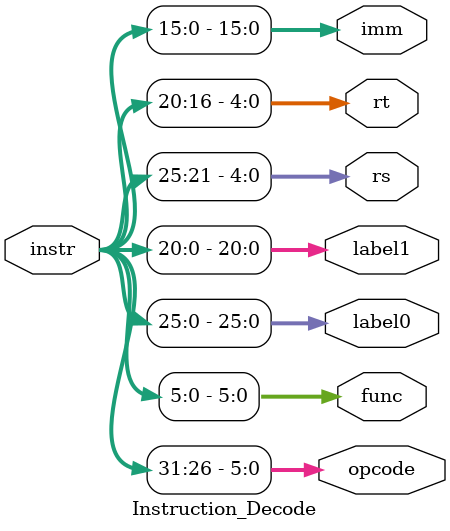
<source format=v>
`timescale 1ns / 1ps

module Instruction_Decode (
    input [31:0] instr,
    output [5:0] opcode,
    output [5:0] func,
    output [25:0] label0,
    output [20:0] label1,
    output [4:0] rs,
    output [4:0] rt,
    output [15:0] imm
);

    assign opcode = instr[31:26];     // Opcode
    assign func = instr[5:0];         // Function code
    assign label0 = instr[25:0];      // Jump address for 26-bit addresses
    assign label1 = instr[20:0];      // Jump address for 16-bit addresses
    assign rs = instr[25:21];         // Register rs
    assign rt = instr[20:16];         // Register rt
    assign imm = instr[15:0];         // Immediate value
    
endmodule

</source>
